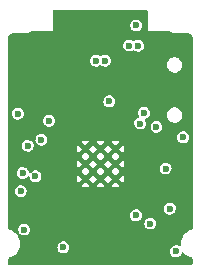
<source format=gbr>
%TF.GenerationSoftware,KiCad,Pcbnew,5.99.0-unknown-a208dac8d8~131~ubuntu20.04.1*%
%TF.CreationDate,2021-09-06T21:34:52-05:00*%
%TF.ProjectId,minimum,6d696e69-6d75-46d2-9e6b-696361645f70,rev?*%
%TF.SameCoordinates,Original*%
%TF.FileFunction,Copper,L3,Inr*%
%TF.FilePolarity,Positive*%
%FSLAX46Y46*%
G04 Gerber Fmt 4.6, Leading zero omitted, Abs format (unit mm)*
G04 Created by KiCad (PCBNEW 5.99.0-unknown-a208dac8d8~131~ubuntu20.04.1) date 2021-09-06 21:34:52*
%MOMM*%
%LPD*%
G01*
G04 APERTURE LIST*
%TA.AperFunction,ComponentPad*%
%ADD10C,0.600000*%
%TD*%
%TA.AperFunction,ViaPad*%
%ADD11C,0.600000*%
%TD*%
G04 APERTURE END LIST*
D10*
%TO.N,GND*%
%TO.C,U1*%
X98725000Y-72525000D03*
X100000000Y-72525000D03*
X101275000Y-72525000D03*
X98725000Y-71250000D03*
X100000000Y-69975000D03*
X101275000Y-71250000D03*
X100000000Y-71250000D03*
X101275000Y-69975000D03*
X98725000Y-69975000D03*
%TD*%
D11*
%TO.N,+3V3*%
X105870000Y-75040000D03*
X94500000Y-72290000D03*
X95000000Y-69200000D03*
X107000000Y-69000000D03*
X106400000Y-78650000D03*
X105509368Y-71640816D03*
X103032947Y-59524975D03*
X93540000Y-76810000D03*
X96861995Y-78310888D03*
X95660000Y-67600000D03*
X93000000Y-67000000D03*
X104740000Y-68109011D03*
X100743233Y-65957329D03*
%TO.N,GND*%
X103980000Y-60600000D03*
X94224578Y-69052584D03*
X104310000Y-77090000D03*
X100700498Y-59280000D03*
X96140000Y-76890000D03*
X97255295Y-62495112D03*
X106200000Y-72400000D03*
X106200000Y-68600000D03*
X96850500Y-68019863D03*
X92607820Y-65386478D03*
%TO.N,/QSPI_SD1*%
X103183831Y-61244693D03*
X103699636Y-66925692D03*
%TO.N,/QSPI_SS*%
X102434500Y-61228683D03*
X103361820Y-67829542D03*
%TO.N,/USB_D+*%
X99625000Y-62504836D03*
%TO.N,/USB_D-*%
X100375000Y-62504836D03*
%TO.N,/SCL*%
X103010011Y-75604095D03*
%TO.N,/SDA*%
X104228806Y-76299011D03*
%TO.N,Net-(D1-Pad3)*%
X93428915Y-72013154D03*
%TO.N,Net-(D1-Pad4)*%
X93848539Y-69700927D03*
%TO.N,Net-(D1-Pad1)*%
X93240000Y-73550000D03*
%TD*%
%TA.AperFunction,Conductor*%
%TO.N,GND*%
G36*
X103959191Y-58218907D02*
G01*
X103995155Y-58268407D01*
X104000000Y-58299000D01*
X104000000Y-60000000D01*
X105807268Y-60000000D01*
X105858995Y-60014589D01*
X105874543Y-60024117D01*
X105953523Y-60072516D01*
X106128029Y-60144799D01*
X106131804Y-60145705D01*
X106131806Y-60145706D01*
X106307909Y-60187985D01*
X106311695Y-60188894D01*
X106315560Y-60189198D01*
X106315565Y-60189199D01*
X106482191Y-60202313D01*
X106488246Y-60203247D01*
X106488247Y-60203237D01*
X106493815Y-60203878D01*
X106499281Y-60205145D01*
X106499997Y-60205146D01*
X106505445Y-60203903D01*
X106505447Y-60203903D01*
X106511690Y-60202479D01*
X106533707Y-60200000D01*
X107466040Y-60200000D01*
X107488227Y-60202518D01*
X107499642Y-60205143D01*
X107510209Y-60202752D01*
X107524615Y-60203898D01*
X107577218Y-60212230D01*
X107606674Y-60221801D01*
X107662362Y-60250175D01*
X107687422Y-60268381D01*
X107731618Y-60312577D01*
X107749824Y-60337637D01*
X107778198Y-60393325D01*
X107787769Y-60422782D01*
X107796131Y-60475577D01*
X107797208Y-60489413D01*
X107794856Y-60499641D01*
X107797316Y-60510513D01*
X107797559Y-60511585D01*
X107800000Y-60533435D01*
X107800000Y-76735292D01*
X107781093Y-76793483D01*
X107726623Y-76830919D01*
X107656492Y-76849711D01*
X107588008Y-76868061D01*
X107397708Y-76956800D01*
X107394165Y-76959281D01*
X107394163Y-76959282D01*
X107378739Y-76970082D01*
X107225708Y-77077235D01*
X107077235Y-77225708D01*
X107016974Y-77311770D01*
X106988255Y-77352786D01*
X106956800Y-77397708D01*
X106868061Y-77588008D01*
X106813716Y-77790826D01*
X106795416Y-78000000D01*
X106795793Y-78004308D01*
X106806479Y-78126448D01*
X106792716Y-78186066D01*
X106746538Y-78226207D01*
X106685586Y-78231540D01*
X106654010Y-78218153D01*
X106633506Y-78204863D01*
X106612095Y-78190985D01*
X106474739Y-78149907D01*
X106391497Y-78149398D01*
X106338427Y-78149074D01*
X106338426Y-78149074D01*
X106331376Y-78149031D01*
X106324599Y-78150968D01*
X106324598Y-78150968D01*
X106200309Y-78186490D01*
X106200307Y-78186491D01*
X106193529Y-78188428D01*
X106072280Y-78264930D01*
X106067613Y-78270214D01*
X106067611Y-78270216D01*
X105982044Y-78367103D01*
X105982042Y-78367105D01*
X105977377Y-78372388D01*
X105916447Y-78502163D01*
X105894391Y-78643823D01*
X105895306Y-78650820D01*
X105895306Y-78650821D01*
X105911780Y-78776802D01*
X105912980Y-78785979D01*
X105915821Y-78792435D01*
X105915821Y-78792436D01*
X105923586Y-78810082D01*
X105970720Y-78917203D01*
X106002114Y-78954551D01*
X106058431Y-79021549D01*
X106058434Y-79021551D01*
X106062970Y-79026948D01*
X106068841Y-79030856D01*
X106068842Y-79030857D01*
X106081143Y-79039045D01*
X106182313Y-79106390D01*
X106267671Y-79133057D01*
X106312425Y-79147039D01*
X106312426Y-79147039D01*
X106319157Y-79149142D01*
X106390828Y-79150456D01*
X106455445Y-79151641D01*
X106455447Y-79151641D01*
X106462499Y-79151770D01*
X106469302Y-79149915D01*
X106469304Y-79149915D01*
X106544503Y-79129413D01*
X106600817Y-79114060D01*
X106722991Y-79039045D01*
X106730403Y-79030857D01*
X106814468Y-78937982D01*
X106819200Y-78932754D01*
X106881710Y-78803733D01*
X106883484Y-78793188D01*
X106884878Y-78790515D01*
X106885024Y-78790059D01*
X106885103Y-78790084D01*
X106911785Y-78738941D01*
X106966567Y-78711689D01*
X107026904Y-78721842D01*
X107062208Y-78752831D01*
X107074756Y-78770751D01*
X107077235Y-78774292D01*
X107225708Y-78922765D01*
X107303223Y-78977041D01*
X107374498Y-79026948D01*
X107397708Y-79043200D01*
X107588008Y-79131939D01*
X107644362Y-79147039D01*
X107726623Y-79169081D01*
X107777938Y-79202405D01*
X107800000Y-79264708D01*
X107800000Y-79701000D01*
X107781093Y-79759191D01*
X107731593Y-79795155D01*
X107701000Y-79800000D01*
X92299000Y-79800000D01*
X92240809Y-79781093D01*
X92204845Y-79731593D01*
X92200000Y-79701000D01*
X92200000Y-79264708D01*
X92218907Y-79206517D01*
X92273377Y-79169081D01*
X92355638Y-79147039D01*
X92411992Y-79131939D01*
X92602292Y-79043200D01*
X92625503Y-79026948D01*
X92696777Y-78977041D01*
X92774292Y-78922765D01*
X92922765Y-78774292D01*
X93009795Y-78650000D01*
X93040718Y-78605837D01*
X93040719Y-78605835D01*
X93043200Y-78602292D01*
X93131939Y-78411992D01*
X93160685Y-78304711D01*
X96356386Y-78304711D01*
X96357301Y-78311708D01*
X96357301Y-78311709D01*
X96358809Y-78323242D01*
X96374975Y-78446867D01*
X96377816Y-78453323D01*
X96377816Y-78453324D01*
X96402374Y-78509135D01*
X96432715Y-78578091D01*
X96445787Y-78593642D01*
X96520426Y-78682437D01*
X96520429Y-78682439D01*
X96524965Y-78687836D01*
X96530836Y-78691744D01*
X96530837Y-78691745D01*
X96543138Y-78699933D01*
X96644308Y-78767278D01*
X96718687Y-78790515D01*
X96774420Y-78807927D01*
X96774421Y-78807927D01*
X96781152Y-78810030D01*
X96852823Y-78811344D01*
X96917440Y-78812529D01*
X96917442Y-78812529D01*
X96924494Y-78812658D01*
X96931297Y-78810803D01*
X96931299Y-78810803D01*
X97022351Y-78785979D01*
X97062812Y-78774948D01*
X97184986Y-78699933D01*
X97192398Y-78691745D01*
X97276463Y-78598870D01*
X97281195Y-78593642D01*
X97343705Y-78464621D01*
X97347870Y-78439870D01*
X97366857Y-78327012D01*
X97366857Y-78327008D01*
X97367491Y-78323242D01*
X97367642Y-78310888D01*
X97347318Y-78168970D01*
X97287979Y-78038460D01*
X97194395Y-77929851D01*
X97074090Y-77851873D01*
X96936734Y-77810795D01*
X96853492Y-77810286D01*
X96800422Y-77809962D01*
X96800421Y-77809962D01*
X96793371Y-77809919D01*
X96786594Y-77811856D01*
X96786593Y-77811856D01*
X96662304Y-77847378D01*
X96662302Y-77847379D01*
X96655524Y-77849316D01*
X96534275Y-77925818D01*
X96529608Y-77931102D01*
X96529606Y-77931104D01*
X96444039Y-78027991D01*
X96444037Y-78027993D01*
X96439372Y-78033276D01*
X96378442Y-78163051D01*
X96377357Y-78170020D01*
X96377356Y-78170023D01*
X96373905Y-78192191D01*
X96356386Y-78304711D01*
X93160685Y-78304711D01*
X93171344Y-78264930D01*
X93185165Y-78213351D01*
X93185165Y-78213349D01*
X93186284Y-78209174D01*
X93204584Y-78000000D01*
X93186284Y-77790826D01*
X93131939Y-77588008D01*
X93043200Y-77397708D01*
X93011746Y-77352786D01*
X92983026Y-77311770D01*
X92922765Y-77225708D01*
X92774292Y-77077235D01*
X92621261Y-76970082D01*
X92605837Y-76959282D01*
X92605835Y-76959281D01*
X92602292Y-76956800D01*
X92411992Y-76868061D01*
X92343508Y-76849711D01*
X92273377Y-76830919D01*
X92231652Y-76803823D01*
X93034391Y-76803823D01*
X93035306Y-76810820D01*
X93035306Y-76810821D01*
X93036814Y-76822354D01*
X93052980Y-76945979D01*
X93055821Y-76952435D01*
X93055821Y-76952436D01*
X93063586Y-76970082D01*
X93110720Y-77077203D01*
X93136100Y-77107396D01*
X93198431Y-77181549D01*
X93198434Y-77181551D01*
X93202970Y-77186948D01*
X93208841Y-77190856D01*
X93208842Y-77190857D01*
X93221143Y-77199045D01*
X93322313Y-77266390D01*
X93422920Y-77297821D01*
X93452425Y-77307039D01*
X93452426Y-77307039D01*
X93459157Y-77309142D01*
X93530828Y-77310456D01*
X93595445Y-77311641D01*
X93595447Y-77311641D01*
X93602499Y-77311770D01*
X93609302Y-77309915D01*
X93609304Y-77309915D01*
X93684503Y-77289413D01*
X93740817Y-77274060D01*
X93862991Y-77199045D01*
X93870403Y-77190857D01*
X93954468Y-77097982D01*
X93959200Y-77092754D01*
X94021710Y-76963733D01*
X94023185Y-76954970D01*
X94044862Y-76826124D01*
X94044862Y-76826120D01*
X94045496Y-76822354D01*
X94045647Y-76810000D01*
X94025323Y-76668082D01*
X93983192Y-76575420D01*
X93968905Y-76543996D01*
X93968904Y-76543995D01*
X93965984Y-76537572D01*
X93883157Y-76441447D01*
X93877005Y-76434307D01*
X93877004Y-76434306D01*
X93872400Y-76428963D01*
X93752095Y-76350985D01*
X93614739Y-76309907D01*
X93531497Y-76309398D01*
X93478427Y-76309074D01*
X93478426Y-76309074D01*
X93471376Y-76309031D01*
X93464599Y-76310968D01*
X93464598Y-76310968D01*
X93340309Y-76346490D01*
X93340307Y-76346491D01*
X93333529Y-76348428D01*
X93212280Y-76424930D01*
X93207613Y-76430214D01*
X93207611Y-76430216D01*
X93122044Y-76527103D01*
X93122042Y-76527105D01*
X93117377Y-76532388D01*
X93114381Y-76538770D01*
X93114380Y-76538771D01*
X93098961Y-76571613D01*
X93056447Y-76662163D01*
X93055362Y-76669132D01*
X93055361Y-76669135D01*
X93045061Y-76735292D01*
X93034391Y-76803823D01*
X92231652Y-76803823D01*
X92222062Y-76797595D01*
X92200000Y-76735292D01*
X92200000Y-76292834D01*
X103723197Y-76292834D01*
X103724112Y-76299831D01*
X103724112Y-76299832D01*
X103740496Y-76425126D01*
X103741786Y-76434990D01*
X103744627Y-76441446D01*
X103744627Y-76441447D01*
X103782317Y-76527103D01*
X103799526Y-76566214D01*
X103812598Y-76581765D01*
X103887237Y-76670560D01*
X103887240Y-76670562D01*
X103891776Y-76675959D01*
X103897647Y-76679867D01*
X103897648Y-76679868D01*
X103909949Y-76688056D01*
X104011119Y-76755401D01*
X104111726Y-76786832D01*
X104141231Y-76796050D01*
X104141232Y-76796050D01*
X104147963Y-76798153D01*
X104219634Y-76799467D01*
X104284251Y-76800652D01*
X104284253Y-76800652D01*
X104291305Y-76800781D01*
X104298108Y-76798926D01*
X104298110Y-76798926D01*
X104373309Y-76778424D01*
X104429623Y-76763071D01*
X104551797Y-76688056D01*
X104559209Y-76679868D01*
X104643274Y-76586993D01*
X104648006Y-76581765D01*
X104710516Y-76452744D01*
X104714307Y-76430216D01*
X104733668Y-76315135D01*
X104733668Y-76315131D01*
X104734302Y-76311365D01*
X104734453Y-76299011D01*
X104714129Y-76157093D01*
X104670204Y-76060485D01*
X104657711Y-76033007D01*
X104657710Y-76033006D01*
X104654790Y-76026583D01*
X104561206Y-75917974D01*
X104440901Y-75839996D01*
X104303545Y-75798918D01*
X104220303Y-75798409D01*
X104167233Y-75798085D01*
X104167232Y-75798085D01*
X104160182Y-75798042D01*
X104153405Y-75799979D01*
X104153404Y-75799979D01*
X104029115Y-75835501D01*
X104029113Y-75835502D01*
X104022335Y-75837439D01*
X103901086Y-75913941D01*
X103896419Y-75919225D01*
X103896417Y-75919227D01*
X103810850Y-76016114D01*
X103810848Y-76016116D01*
X103806183Y-76021399D01*
X103745253Y-76151174D01*
X103723197Y-76292834D01*
X92200000Y-76292834D01*
X92200000Y-75597918D01*
X102504402Y-75597918D01*
X102505317Y-75604915D01*
X102505317Y-75604916D01*
X102506825Y-75616449D01*
X102522991Y-75740074D01*
X102525832Y-75746530D01*
X102525832Y-75746531D01*
X102568647Y-75843834D01*
X102580731Y-75871298D01*
X102593803Y-75886849D01*
X102668442Y-75975644D01*
X102668445Y-75975646D01*
X102672981Y-75981043D01*
X102678852Y-75984951D01*
X102678853Y-75984952D01*
X102691154Y-75993140D01*
X102792324Y-76060485D01*
X102892931Y-76091916D01*
X102922436Y-76101134D01*
X102922437Y-76101134D01*
X102929168Y-76103237D01*
X103000839Y-76104551D01*
X103065456Y-76105736D01*
X103065458Y-76105736D01*
X103072510Y-76105865D01*
X103079313Y-76104010D01*
X103079315Y-76104010D01*
X103154514Y-76083508D01*
X103210828Y-76068155D01*
X103333002Y-75993140D01*
X103340414Y-75984952D01*
X103424479Y-75892077D01*
X103429211Y-75886849D01*
X103491721Y-75757828D01*
X103495886Y-75733077D01*
X103514873Y-75620219D01*
X103514873Y-75620215D01*
X103515507Y-75616449D01*
X103515658Y-75604095D01*
X103495334Y-75462177D01*
X103435995Y-75331667D01*
X103342411Y-75223058D01*
X103222106Y-75145080D01*
X103084750Y-75104002D01*
X103001508Y-75103493D01*
X102948438Y-75103169D01*
X102948437Y-75103169D01*
X102941387Y-75103126D01*
X102934610Y-75105063D01*
X102934609Y-75105063D01*
X102810320Y-75140585D01*
X102810318Y-75140586D01*
X102803540Y-75142523D01*
X102682291Y-75219025D01*
X102677624Y-75224309D01*
X102677622Y-75224311D01*
X102592055Y-75321198D01*
X102592053Y-75321200D01*
X102587388Y-75326483D01*
X102526458Y-75456258D01*
X102525373Y-75463227D01*
X102525372Y-75463230D01*
X102513881Y-75537039D01*
X102504402Y-75597918D01*
X92200000Y-75597918D01*
X92200000Y-75033823D01*
X105364391Y-75033823D01*
X105365306Y-75040820D01*
X105365306Y-75040821D01*
X105366814Y-75052354D01*
X105382980Y-75175979D01*
X105385821Y-75182435D01*
X105385821Y-75182436D01*
X105406047Y-75228402D01*
X105440720Y-75307203D01*
X105458187Y-75327982D01*
X105528431Y-75411549D01*
X105528434Y-75411551D01*
X105532970Y-75416948D01*
X105538841Y-75420856D01*
X105538842Y-75420857D01*
X105551143Y-75429045D01*
X105652313Y-75496390D01*
X105752920Y-75527821D01*
X105782425Y-75537039D01*
X105782426Y-75537039D01*
X105789157Y-75539142D01*
X105860828Y-75540456D01*
X105925445Y-75541641D01*
X105925447Y-75541641D01*
X105932499Y-75541770D01*
X105939302Y-75539915D01*
X105939304Y-75539915D01*
X106014503Y-75519413D01*
X106070817Y-75504060D01*
X106192991Y-75429045D01*
X106200403Y-75420857D01*
X106284468Y-75327982D01*
X106289200Y-75322754D01*
X106351710Y-75193733D01*
X106355875Y-75168982D01*
X106374862Y-75056124D01*
X106374862Y-75056120D01*
X106375496Y-75052354D01*
X106375647Y-75040000D01*
X106355323Y-74898082D01*
X106295984Y-74767572D01*
X106202400Y-74658963D01*
X106082095Y-74580985D01*
X105944739Y-74539907D01*
X105861497Y-74539398D01*
X105808427Y-74539074D01*
X105808426Y-74539074D01*
X105801376Y-74539031D01*
X105794599Y-74540968D01*
X105794598Y-74540968D01*
X105670309Y-74576490D01*
X105670307Y-74576491D01*
X105663529Y-74578428D01*
X105542280Y-74654930D01*
X105537613Y-74660214D01*
X105537611Y-74660216D01*
X105452044Y-74757103D01*
X105452042Y-74757105D01*
X105447377Y-74762388D01*
X105386447Y-74892163D01*
X105364391Y-75033823D01*
X92200000Y-75033823D01*
X92200000Y-73543823D01*
X92734391Y-73543823D01*
X92735306Y-73550820D01*
X92735306Y-73550821D01*
X92736814Y-73562354D01*
X92752980Y-73685979D01*
X92755821Y-73692435D01*
X92755821Y-73692436D01*
X92763586Y-73710082D01*
X92810720Y-73817203D01*
X92823792Y-73832754D01*
X92898431Y-73921549D01*
X92898434Y-73921551D01*
X92902970Y-73926948D01*
X92908841Y-73930856D01*
X92908842Y-73930857D01*
X92921143Y-73939045D01*
X93022313Y-74006390D01*
X93122920Y-74037821D01*
X93152425Y-74047039D01*
X93152426Y-74047039D01*
X93159157Y-74049142D01*
X93230828Y-74050456D01*
X93295445Y-74051641D01*
X93295447Y-74051641D01*
X93302499Y-74051770D01*
X93309302Y-74049915D01*
X93309304Y-74049915D01*
X93384503Y-74029413D01*
X93440817Y-74014060D01*
X93562991Y-73939045D01*
X93570403Y-73930857D01*
X93654468Y-73837982D01*
X93659200Y-73832754D01*
X93721710Y-73703733D01*
X93725875Y-73678982D01*
X93744862Y-73566124D01*
X93744862Y-73566120D01*
X93745496Y-73562354D01*
X93745647Y-73550000D01*
X93725323Y-73408082D01*
X93665984Y-73277572D01*
X93586884Y-73185772D01*
X93577005Y-73174307D01*
X93577004Y-73174306D01*
X93572400Y-73168963D01*
X93528125Y-73140265D01*
X98397759Y-73140265D01*
X98405249Y-73147954D01*
X98460174Y-73177776D01*
X98471193Y-73182138D01*
X98623532Y-73222104D01*
X98635265Y-73223711D01*
X98792743Y-73226184D01*
X98804524Y-73224946D01*
X98958035Y-73189788D01*
X98969191Y-73185772D01*
X99044168Y-73148062D01*
X99052046Y-73140265D01*
X99672759Y-73140265D01*
X99680249Y-73147954D01*
X99735174Y-73177776D01*
X99746193Y-73182138D01*
X99898532Y-73222104D01*
X99910265Y-73223711D01*
X100067743Y-73226184D01*
X100079524Y-73224946D01*
X100233035Y-73189788D01*
X100244191Y-73185772D01*
X100319168Y-73148062D01*
X100327046Y-73140265D01*
X100947759Y-73140265D01*
X100955249Y-73147954D01*
X101010174Y-73177776D01*
X101021193Y-73182138D01*
X101173532Y-73222104D01*
X101185265Y-73223711D01*
X101342743Y-73226184D01*
X101354524Y-73224946D01*
X101508035Y-73189788D01*
X101519191Y-73185772D01*
X101594168Y-73148062D01*
X101602197Y-73140116D01*
X101596992Y-73129834D01*
X101286088Y-72818931D01*
X101274202Y-72812875D01*
X101269171Y-72813671D01*
X100953142Y-73129700D01*
X100947759Y-73140265D01*
X100327046Y-73140265D01*
X100327197Y-73140116D01*
X100321992Y-73129834D01*
X100011088Y-72818931D01*
X99999202Y-72812875D01*
X99994171Y-72813671D01*
X99678142Y-73129700D01*
X99672759Y-73140265D01*
X99052046Y-73140265D01*
X99052197Y-73140116D01*
X99046992Y-73129834D01*
X98736088Y-72818931D01*
X98724202Y-72812875D01*
X98719171Y-72813671D01*
X98403142Y-73129700D01*
X98397759Y-73140265D01*
X93528125Y-73140265D01*
X93452095Y-73090985D01*
X93314739Y-73049907D01*
X93231497Y-73049398D01*
X93178427Y-73049074D01*
X93178426Y-73049074D01*
X93171376Y-73049031D01*
X93164599Y-73050968D01*
X93164598Y-73050968D01*
X93040309Y-73086490D01*
X93040307Y-73086491D01*
X93033529Y-73088428D01*
X92912280Y-73164930D01*
X92907613Y-73170214D01*
X92907611Y-73170216D01*
X92822044Y-73267103D01*
X92822042Y-73267105D01*
X92817377Y-73272388D01*
X92756447Y-73402163D01*
X92734391Y-73543823D01*
X92200000Y-73543823D01*
X92200000Y-72006977D01*
X92923306Y-72006977D01*
X92924221Y-72013974D01*
X92924221Y-72013975D01*
X92925228Y-72021673D01*
X92941895Y-72149133D01*
X92999635Y-72280357D01*
X93040680Y-72329186D01*
X93087346Y-72384703D01*
X93087349Y-72384705D01*
X93091885Y-72390102D01*
X93097756Y-72394010D01*
X93097757Y-72394011D01*
X93110058Y-72402199D01*
X93211228Y-72469544D01*
X93311835Y-72500975D01*
X93341340Y-72510193D01*
X93341341Y-72510193D01*
X93348072Y-72512296D01*
X93419743Y-72513610D01*
X93484360Y-72514795D01*
X93484362Y-72514795D01*
X93491414Y-72514924D01*
X93498217Y-72513069D01*
X93498219Y-72513069D01*
X93573418Y-72492567D01*
X93629732Y-72477214D01*
X93751906Y-72402199D01*
X93759318Y-72394011D01*
X93833526Y-72312026D01*
X93886594Y-72281572D01*
X93947427Y-72288127D01*
X93992790Y-72329186D01*
X94005088Y-72365626D01*
X94012980Y-72425979D01*
X94015821Y-72432435D01*
X94015821Y-72432436D01*
X94064459Y-72542973D01*
X94070720Y-72557203D01*
X94083792Y-72572754D01*
X94158431Y-72661549D01*
X94158434Y-72661551D01*
X94162970Y-72666948D01*
X94168841Y-72670856D01*
X94168842Y-72670857D01*
X94181143Y-72679045D01*
X94282313Y-72746390D01*
X94382920Y-72777821D01*
X94412425Y-72787039D01*
X94412426Y-72787039D01*
X94419157Y-72789142D01*
X94490828Y-72790456D01*
X94555445Y-72791641D01*
X94555447Y-72791641D01*
X94562499Y-72791770D01*
X94569302Y-72789915D01*
X94569304Y-72789915D01*
X94644503Y-72769413D01*
X94700817Y-72754060D01*
X94822991Y-72679045D01*
X94830403Y-72670857D01*
X94914468Y-72577982D01*
X94919200Y-72572754D01*
X94943038Y-72523553D01*
X98020553Y-72523553D01*
X98037835Y-72680087D01*
X98040542Y-72691627D01*
X98094663Y-72839521D01*
X98098909Y-72847854D01*
X98108640Y-72855483D01*
X98108757Y-72855487D01*
X98115827Y-72851331D01*
X98431069Y-72536088D01*
X98436312Y-72525798D01*
X99012875Y-72525798D01*
X99013671Y-72530829D01*
X99333157Y-72850315D01*
X99345045Y-72856373D01*
X99347354Y-72856007D01*
X99366464Y-72854854D01*
X99383757Y-72855488D01*
X99390827Y-72851331D01*
X99706069Y-72536088D01*
X99711312Y-72525798D01*
X100287875Y-72525798D01*
X100288671Y-72530829D01*
X100608157Y-72850315D01*
X100620045Y-72856373D01*
X100622354Y-72856007D01*
X100641464Y-72854854D01*
X100658757Y-72855488D01*
X100665827Y-72851331D01*
X100981069Y-72536088D01*
X100986312Y-72525798D01*
X101562875Y-72525798D01*
X101563671Y-72530829D01*
X101883157Y-72850315D01*
X101893309Y-72855488D01*
X101898853Y-72849944D01*
X101953890Y-72713037D01*
X101956955Y-72701597D01*
X101979530Y-72542973D01*
X101980020Y-72536535D01*
X101980107Y-72528231D01*
X101979752Y-72521788D01*
X101960504Y-72362727D01*
X101957677Y-72351217D01*
X101902005Y-72203887D01*
X101900122Y-72200285D01*
X101891939Y-72194005D01*
X101891543Y-72193995D01*
X101884888Y-72197954D01*
X101568931Y-72513912D01*
X101562875Y-72525798D01*
X100986312Y-72525798D01*
X100987125Y-72524202D01*
X100986329Y-72519171D01*
X100666869Y-72199711D01*
X100654710Y-72193516D01*
X100638577Y-72194573D01*
X100616543Y-72193995D01*
X100609888Y-72197954D01*
X100293931Y-72513912D01*
X100287875Y-72525798D01*
X99711312Y-72525798D01*
X99712125Y-72524202D01*
X99711329Y-72519171D01*
X99391869Y-72199711D01*
X99379710Y-72193516D01*
X99363577Y-72194573D01*
X99341543Y-72193995D01*
X99334888Y-72197954D01*
X99018931Y-72513912D01*
X99012875Y-72525798D01*
X98436312Y-72525798D01*
X98437125Y-72524202D01*
X98436329Y-72519171D01*
X98116869Y-72199711D01*
X98104982Y-72193654D01*
X98104313Y-72193760D01*
X98102440Y-72195386D01*
X98101390Y-72197344D01*
X98044180Y-72344078D01*
X98041233Y-72355555D01*
X98020678Y-72511694D01*
X98020553Y-72523553D01*
X94943038Y-72523553D01*
X94981710Y-72443733D01*
X94985875Y-72418982D01*
X95004862Y-72306124D01*
X95004862Y-72306120D01*
X95005496Y-72302354D01*
X95005647Y-72290000D01*
X94985323Y-72148082D01*
X94933250Y-72033553D01*
X94928905Y-72023996D01*
X94928904Y-72023995D01*
X94925984Y-72017572D01*
X94844986Y-71923570D01*
X94837005Y-71914307D01*
X94837004Y-71914306D01*
X94832400Y-71908963D01*
X94831585Y-71908435D01*
X98396965Y-71908435D01*
X98402953Y-71920111D01*
X98713912Y-72231069D01*
X98725798Y-72237125D01*
X98730829Y-72236329D01*
X99046877Y-71920281D01*
X99052913Y-71908435D01*
X99671965Y-71908435D01*
X99677953Y-71920111D01*
X99988912Y-72231069D01*
X100000798Y-72237125D01*
X100005829Y-72236329D01*
X100321877Y-71920281D01*
X100327913Y-71908435D01*
X100946965Y-71908435D01*
X100952953Y-71920111D01*
X101263912Y-72231069D01*
X101275798Y-72237125D01*
X101280829Y-72236329D01*
X101596877Y-71920281D01*
X101602934Y-71908394D01*
X101602179Y-71903629D01*
X101602262Y-71872142D01*
X101603116Y-71866930D01*
X101596992Y-71854834D01*
X101376796Y-71634639D01*
X105003759Y-71634639D01*
X105004674Y-71641636D01*
X105004674Y-71641637D01*
X105006182Y-71653170D01*
X105022348Y-71776795D01*
X105025189Y-71783251D01*
X105025189Y-71783252D01*
X105064302Y-71872142D01*
X105080088Y-71908019D01*
X105093160Y-71923570D01*
X105167799Y-72012365D01*
X105167802Y-72012367D01*
X105172338Y-72017764D01*
X105178209Y-72021672D01*
X105178210Y-72021673D01*
X105190511Y-72029861D01*
X105291681Y-72097206D01*
X105392288Y-72128637D01*
X105421793Y-72137855D01*
X105421794Y-72137855D01*
X105428525Y-72139958D01*
X105500196Y-72141272D01*
X105564813Y-72142457D01*
X105564815Y-72142457D01*
X105571867Y-72142586D01*
X105578670Y-72140731D01*
X105578672Y-72140731D01*
X105653871Y-72120229D01*
X105710185Y-72104876D01*
X105832359Y-72029861D01*
X105839771Y-72021673D01*
X105923836Y-71928798D01*
X105928568Y-71923570D01*
X105991078Y-71794549D01*
X105995243Y-71769798D01*
X106014230Y-71656940D01*
X106014230Y-71656936D01*
X106014864Y-71653170D01*
X106015015Y-71640816D01*
X105994691Y-71498898D01*
X105935352Y-71368388D01*
X105874950Y-71298288D01*
X105846373Y-71265123D01*
X105846372Y-71265122D01*
X105841768Y-71259779D01*
X105721463Y-71181801D01*
X105584107Y-71140723D01*
X105500865Y-71140214D01*
X105447795Y-71139890D01*
X105447794Y-71139890D01*
X105440744Y-71139847D01*
X105433967Y-71141784D01*
X105433966Y-71141784D01*
X105309677Y-71177306D01*
X105309675Y-71177307D01*
X105302897Y-71179244D01*
X105181648Y-71255746D01*
X105176981Y-71261030D01*
X105176979Y-71261032D01*
X105091412Y-71357919D01*
X105091410Y-71357921D01*
X105086745Y-71363204D01*
X105025815Y-71492979D01*
X105024730Y-71499948D01*
X105024729Y-71499951D01*
X105012837Y-71576331D01*
X105003759Y-71634639D01*
X101376796Y-71634639D01*
X101286088Y-71543931D01*
X101274202Y-71537875D01*
X101269171Y-71538671D01*
X100953142Y-71854700D01*
X100947084Y-71866588D01*
X100947869Y-71871542D01*
X100947950Y-71901997D01*
X100946965Y-71908435D01*
X100327913Y-71908435D01*
X100327934Y-71908394D01*
X100327179Y-71903629D01*
X100327262Y-71872142D01*
X100328116Y-71866930D01*
X100321992Y-71854834D01*
X100011088Y-71543931D01*
X99999202Y-71537875D01*
X99994171Y-71538671D01*
X99678142Y-71854700D01*
X99672084Y-71866588D01*
X99672869Y-71871542D01*
X99672950Y-71901997D01*
X99671965Y-71908435D01*
X99052913Y-71908435D01*
X99052934Y-71908394D01*
X99052179Y-71903629D01*
X99052262Y-71872142D01*
X99053116Y-71866930D01*
X99046992Y-71854834D01*
X98736088Y-71543931D01*
X98724202Y-71537875D01*
X98719171Y-71538671D01*
X98403142Y-71854700D01*
X98397084Y-71866588D01*
X98397869Y-71871542D01*
X98397950Y-71901997D01*
X98396965Y-71908435D01*
X94831585Y-71908435D01*
X94712095Y-71830985D01*
X94574739Y-71789907D01*
X94491497Y-71789398D01*
X94438427Y-71789074D01*
X94438426Y-71789074D01*
X94431376Y-71789031D01*
X94424599Y-71790968D01*
X94424598Y-71790968D01*
X94300309Y-71826490D01*
X94300307Y-71826491D01*
X94293529Y-71828428D01*
X94172280Y-71904930D01*
X94167613Y-71910214D01*
X94167611Y-71910216D01*
X94096225Y-71991047D01*
X94043533Y-72022147D01*
X93982625Y-72016337D01*
X93936764Y-71975834D01*
X93924021Y-71939548D01*
X93915238Y-71878220D01*
X93914238Y-71871236D01*
X93879371Y-71794549D01*
X93857820Y-71747150D01*
X93857819Y-71747149D01*
X93854899Y-71740726D01*
X93776163Y-71649349D01*
X93765920Y-71637461D01*
X93765919Y-71637460D01*
X93761315Y-71632117D01*
X93641010Y-71554139D01*
X93503654Y-71513061D01*
X93420412Y-71512552D01*
X93367342Y-71512228D01*
X93367341Y-71512228D01*
X93360291Y-71512185D01*
X93353514Y-71514122D01*
X93353513Y-71514122D01*
X93229224Y-71549644D01*
X93229222Y-71549645D01*
X93222444Y-71551582D01*
X93101195Y-71628084D01*
X93096528Y-71633368D01*
X93096526Y-71633370D01*
X93010959Y-71730257D01*
X93010957Y-71730259D01*
X93006292Y-71735542D01*
X93003296Y-71741924D01*
X93003295Y-71741925D01*
X92983892Y-71783252D01*
X92945362Y-71865317D01*
X92944277Y-71872286D01*
X92944276Y-71872289D01*
X92938566Y-71908963D01*
X92923306Y-72006977D01*
X92200000Y-72006977D01*
X92200000Y-71248553D01*
X98020553Y-71248553D01*
X98037835Y-71405087D01*
X98040542Y-71416627D01*
X98094663Y-71564521D01*
X98098909Y-71572854D01*
X98108640Y-71580483D01*
X98108757Y-71580487D01*
X98115827Y-71576331D01*
X98431069Y-71261088D01*
X98436312Y-71250798D01*
X99012875Y-71250798D01*
X99013671Y-71255829D01*
X99333157Y-71575315D01*
X99345045Y-71581373D01*
X99347354Y-71581007D01*
X99366464Y-71579854D01*
X99383757Y-71580488D01*
X99390827Y-71576331D01*
X99706069Y-71261088D01*
X99711312Y-71250798D01*
X100287875Y-71250798D01*
X100288671Y-71255829D01*
X100608157Y-71575315D01*
X100620045Y-71581373D01*
X100622354Y-71581007D01*
X100641464Y-71579854D01*
X100658757Y-71580488D01*
X100665827Y-71576331D01*
X100981069Y-71261088D01*
X100986312Y-71250798D01*
X101562875Y-71250798D01*
X101563671Y-71255829D01*
X101883157Y-71575315D01*
X101893309Y-71580488D01*
X101898853Y-71574944D01*
X101953890Y-71438037D01*
X101956955Y-71426597D01*
X101979530Y-71267973D01*
X101980020Y-71261535D01*
X101980107Y-71253231D01*
X101979752Y-71246788D01*
X101960504Y-71087727D01*
X101957677Y-71076217D01*
X101902005Y-70928887D01*
X101900122Y-70925285D01*
X101891939Y-70919005D01*
X101891543Y-70918995D01*
X101884888Y-70922954D01*
X101568931Y-71238912D01*
X101562875Y-71250798D01*
X100986312Y-71250798D01*
X100987125Y-71249202D01*
X100986329Y-71244171D01*
X100666869Y-70924711D01*
X100654710Y-70918516D01*
X100638577Y-70919573D01*
X100616543Y-70918995D01*
X100609888Y-70922954D01*
X100293931Y-71238912D01*
X100287875Y-71250798D01*
X99711312Y-71250798D01*
X99712125Y-71249202D01*
X99711329Y-71244171D01*
X99391869Y-70924711D01*
X99379710Y-70918516D01*
X99363577Y-70919573D01*
X99341543Y-70918995D01*
X99334888Y-70922954D01*
X99018931Y-71238912D01*
X99012875Y-71250798D01*
X98436312Y-71250798D01*
X98437125Y-71249202D01*
X98436329Y-71244171D01*
X98116869Y-70924711D01*
X98104982Y-70918654D01*
X98104313Y-70918760D01*
X98102440Y-70920386D01*
X98101390Y-70922344D01*
X98044180Y-71069078D01*
X98041233Y-71080555D01*
X98020678Y-71236694D01*
X98020553Y-71248553D01*
X92200000Y-71248553D01*
X92200000Y-70633435D01*
X98396965Y-70633435D01*
X98402953Y-70645111D01*
X98713912Y-70956069D01*
X98725798Y-70962125D01*
X98730829Y-70961329D01*
X99046877Y-70645281D01*
X99052913Y-70633435D01*
X99671965Y-70633435D01*
X99677953Y-70645111D01*
X99988912Y-70956069D01*
X100000798Y-70962125D01*
X100005829Y-70961329D01*
X100321877Y-70645281D01*
X100327913Y-70633435D01*
X100946965Y-70633435D01*
X100952953Y-70645111D01*
X101263912Y-70956069D01*
X101275798Y-70962125D01*
X101280829Y-70961329D01*
X101596877Y-70645281D01*
X101602934Y-70633394D01*
X101602179Y-70628629D01*
X101602262Y-70597142D01*
X101603116Y-70591930D01*
X101596992Y-70579834D01*
X101286088Y-70268931D01*
X101274202Y-70262875D01*
X101269171Y-70263671D01*
X100953142Y-70579700D01*
X100947084Y-70591588D01*
X100947869Y-70596542D01*
X100947950Y-70626997D01*
X100946965Y-70633435D01*
X100327913Y-70633435D01*
X100327934Y-70633394D01*
X100327179Y-70628629D01*
X100327262Y-70597142D01*
X100328116Y-70591930D01*
X100321992Y-70579834D01*
X100011088Y-70268931D01*
X99999202Y-70262875D01*
X99994171Y-70263671D01*
X99678142Y-70579700D01*
X99672084Y-70591588D01*
X99672869Y-70596542D01*
X99672950Y-70626997D01*
X99671965Y-70633435D01*
X99052913Y-70633435D01*
X99052934Y-70633394D01*
X99052179Y-70628629D01*
X99052262Y-70597142D01*
X99053116Y-70591930D01*
X99046992Y-70579834D01*
X98736088Y-70268931D01*
X98724202Y-70262875D01*
X98719171Y-70263671D01*
X98403142Y-70579700D01*
X98397084Y-70591588D01*
X98397869Y-70596542D01*
X98397950Y-70626997D01*
X98396965Y-70633435D01*
X92200000Y-70633435D01*
X92200000Y-69694750D01*
X93342930Y-69694750D01*
X93343845Y-69701747D01*
X93343845Y-69701748D01*
X93345353Y-69713281D01*
X93361519Y-69836906D01*
X93364360Y-69843362D01*
X93364360Y-69843363D01*
X93372125Y-69861009D01*
X93419259Y-69968130D01*
X93434730Y-69986535D01*
X93506970Y-70072476D01*
X93506973Y-70072478D01*
X93511509Y-70077875D01*
X93517380Y-70081783D01*
X93517381Y-70081784D01*
X93529682Y-70089972D01*
X93630852Y-70157317D01*
X93731459Y-70188748D01*
X93760964Y-70197966D01*
X93760965Y-70197966D01*
X93767696Y-70200069D01*
X93839367Y-70201383D01*
X93903984Y-70202568D01*
X93903986Y-70202568D01*
X93911038Y-70202697D01*
X93917841Y-70200842D01*
X93917843Y-70200842D01*
X93993042Y-70180340D01*
X94049356Y-70164987D01*
X94171530Y-70089972D01*
X94178942Y-70081784D01*
X94263007Y-69988909D01*
X94267739Y-69983681D01*
X94272646Y-69973553D01*
X98020553Y-69973553D01*
X98037835Y-70130087D01*
X98040542Y-70141627D01*
X98094663Y-70289521D01*
X98098909Y-70297854D01*
X98108640Y-70305483D01*
X98108757Y-70305487D01*
X98115827Y-70301331D01*
X98431069Y-69986088D01*
X98436312Y-69975798D01*
X99012875Y-69975798D01*
X99013671Y-69980829D01*
X99333157Y-70300315D01*
X99345045Y-70306373D01*
X99347354Y-70306007D01*
X99366464Y-70304854D01*
X99383757Y-70305488D01*
X99390827Y-70301331D01*
X99706069Y-69986088D01*
X99711312Y-69975798D01*
X100287875Y-69975798D01*
X100288671Y-69980829D01*
X100608157Y-70300315D01*
X100620045Y-70306373D01*
X100622354Y-70306007D01*
X100641464Y-70304854D01*
X100658757Y-70305488D01*
X100665827Y-70301331D01*
X100981069Y-69986088D01*
X100986312Y-69975798D01*
X101562875Y-69975798D01*
X101563671Y-69980829D01*
X101883157Y-70300315D01*
X101893309Y-70305488D01*
X101898853Y-70299944D01*
X101953890Y-70163037D01*
X101956955Y-70151597D01*
X101979530Y-69992973D01*
X101980020Y-69986535D01*
X101980107Y-69978231D01*
X101979752Y-69971788D01*
X101960504Y-69812727D01*
X101957677Y-69801217D01*
X101902005Y-69653887D01*
X101900122Y-69650285D01*
X101891939Y-69644005D01*
X101891543Y-69643995D01*
X101884888Y-69647954D01*
X101568931Y-69963912D01*
X101562875Y-69975798D01*
X100986312Y-69975798D01*
X100987125Y-69974202D01*
X100986329Y-69969171D01*
X100666869Y-69649711D01*
X100654710Y-69643516D01*
X100638577Y-69644573D01*
X100616543Y-69643995D01*
X100609888Y-69647954D01*
X100293931Y-69963912D01*
X100287875Y-69975798D01*
X99711312Y-69975798D01*
X99712125Y-69974202D01*
X99711329Y-69969171D01*
X99391869Y-69649711D01*
X99379710Y-69643516D01*
X99363577Y-69644573D01*
X99341543Y-69643995D01*
X99334888Y-69647954D01*
X99018931Y-69963912D01*
X99012875Y-69975798D01*
X98436312Y-69975798D01*
X98437125Y-69974202D01*
X98436329Y-69969171D01*
X98116869Y-69649711D01*
X98104982Y-69643654D01*
X98104313Y-69643760D01*
X98102440Y-69645386D01*
X98101390Y-69647344D01*
X98044180Y-69794078D01*
X98041233Y-69805555D01*
X98020678Y-69961694D01*
X98020553Y-69973553D01*
X94272646Y-69973553D01*
X94330249Y-69854660D01*
X94334414Y-69829909D01*
X94353401Y-69717051D01*
X94353401Y-69717047D01*
X94354035Y-69713281D01*
X94354186Y-69700927D01*
X94333862Y-69559009D01*
X94307837Y-69501770D01*
X94277444Y-69434923D01*
X94277443Y-69434922D01*
X94274523Y-69428499D01*
X94180939Y-69319890D01*
X94060634Y-69241912D01*
X93923278Y-69200834D01*
X93840036Y-69200325D01*
X93786966Y-69200001D01*
X93786965Y-69200001D01*
X93779915Y-69199958D01*
X93773138Y-69201895D01*
X93773137Y-69201895D01*
X93648848Y-69237417D01*
X93648846Y-69237418D01*
X93642068Y-69239355D01*
X93520819Y-69315857D01*
X93516152Y-69321141D01*
X93516150Y-69321143D01*
X93430583Y-69418030D01*
X93430581Y-69418032D01*
X93425916Y-69423315D01*
X93364986Y-69553090D01*
X93363901Y-69560059D01*
X93363900Y-69560062D01*
X93360202Y-69583814D01*
X93342930Y-69694750D01*
X92200000Y-69694750D01*
X92200000Y-69193823D01*
X94494391Y-69193823D01*
X94495306Y-69200820D01*
X94495306Y-69200821D01*
X94504949Y-69274563D01*
X94512980Y-69335979D01*
X94515821Y-69342435D01*
X94515821Y-69342436D01*
X94564243Y-69452482D01*
X94570720Y-69467203D01*
X94599668Y-69501641D01*
X94658431Y-69571549D01*
X94658434Y-69571551D01*
X94662970Y-69576948D01*
X94668841Y-69580856D01*
X94668842Y-69580857D01*
X94681143Y-69589045D01*
X94782313Y-69656390D01*
X94861308Y-69681069D01*
X94912425Y-69697039D01*
X94912426Y-69697039D01*
X94919157Y-69699142D01*
X94990828Y-69700456D01*
X95055445Y-69701641D01*
X95055447Y-69701641D01*
X95062499Y-69701770D01*
X95069302Y-69699915D01*
X95069304Y-69699915D01*
X95144503Y-69679413D01*
X95200817Y-69664060D01*
X95322991Y-69589045D01*
X95330403Y-69580857D01*
X95414468Y-69487982D01*
X95419200Y-69482754D01*
X95478631Y-69360089D01*
X98397813Y-69360089D01*
X98402953Y-69370111D01*
X98713912Y-69681069D01*
X98725798Y-69687125D01*
X98730829Y-69686329D01*
X99046877Y-69370281D01*
X99052071Y-69360089D01*
X99672813Y-69360089D01*
X99677953Y-69370111D01*
X99988912Y-69681069D01*
X100000798Y-69687125D01*
X100005829Y-69686329D01*
X100321877Y-69370281D01*
X100327071Y-69360089D01*
X100947813Y-69360089D01*
X100952953Y-69370111D01*
X101263912Y-69681069D01*
X101275798Y-69687125D01*
X101280829Y-69686329D01*
X101596877Y-69370281D01*
X101602177Y-69359880D01*
X101594459Y-69352041D01*
X101532979Y-69319489D01*
X101521907Y-69315239D01*
X101369168Y-69276873D01*
X101357411Y-69275388D01*
X101199919Y-69274563D01*
X101188152Y-69275925D01*
X101035011Y-69312691D01*
X101023904Y-69316821D01*
X100955892Y-69351926D01*
X100947813Y-69360089D01*
X100327071Y-69360089D01*
X100327177Y-69359880D01*
X100319459Y-69352041D01*
X100257979Y-69319489D01*
X100246907Y-69315239D01*
X100094168Y-69276873D01*
X100082411Y-69275388D01*
X99924919Y-69274563D01*
X99913152Y-69275925D01*
X99760011Y-69312691D01*
X99748904Y-69316821D01*
X99680892Y-69351926D01*
X99672813Y-69360089D01*
X99052071Y-69360089D01*
X99052177Y-69359880D01*
X99044459Y-69352041D01*
X98982979Y-69319489D01*
X98971907Y-69315239D01*
X98819168Y-69276873D01*
X98807411Y-69275388D01*
X98649919Y-69274563D01*
X98638152Y-69275925D01*
X98485011Y-69312691D01*
X98473904Y-69316821D01*
X98405892Y-69351926D01*
X98397813Y-69360089D01*
X95478631Y-69360089D01*
X95481710Y-69353733D01*
X95485875Y-69328982D01*
X95504862Y-69216124D01*
X95504862Y-69216120D01*
X95505496Y-69212354D01*
X95505647Y-69200000D01*
X95485323Y-69058082D01*
X95456106Y-68993823D01*
X106494391Y-68993823D01*
X106495306Y-69000820D01*
X106495306Y-69000821D01*
X106503707Y-69065066D01*
X106512980Y-69135979D01*
X106515821Y-69142435D01*
X106515821Y-69142436D01*
X106559592Y-69241912D01*
X106570720Y-69267203D01*
X106583792Y-69282754D01*
X106658431Y-69371549D01*
X106658434Y-69371551D01*
X106662970Y-69376948D01*
X106668841Y-69380856D01*
X106668842Y-69380857D01*
X106681143Y-69389045D01*
X106782313Y-69456390D01*
X106866701Y-69482754D01*
X106912425Y-69497039D01*
X106912426Y-69497039D01*
X106919157Y-69499142D01*
X106990828Y-69500456D01*
X107055445Y-69501641D01*
X107055447Y-69501641D01*
X107062499Y-69501770D01*
X107069302Y-69499915D01*
X107069304Y-69499915D01*
X107144503Y-69479413D01*
X107200817Y-69464060D01*
X107322991Y-69389045D01*
X107330403Y-69380857D01*
X107414468Y-69287982D01*
X107419200Y-69282754D01*
X107481710Y-69153733D01*
X107485875Y-69128982D01*
X107504862Y-69016124D01*
X107504862Y-69016120D01*
X107505496Y-69012354D01*
X107505647Y-69000000D01*
X107485323Y-68858082D01*
X107432631Y-68742191D01*
X107428905Y-68733996D01*
X107428904Y-68733995D01*
X107425984Y-68727572D01*
X107332400Y-68618963D01*
X107212095Y-68540985D01*
X107074739Y-68499907D01*
X106991497Y-68499398D01*
X106938427Y-68499074D01*
X106938426Y-68499074D01*
X106931376Y-68499031D01*
X106924599Y-68500968D01*
X106924598Y-68500968D01*
X106800309Y-68536490D01*
X106800307Y-68536491D01*
X106793529Y-68538428D01*
X106756973Y-68561493D01*
X106682817Y-68608282D01*
X106672280Y-68614930D01*
X106667613Y-68620214D01*
X106667611Y-68620216D01*
X106582044Y-68717103D01*
X106582042Y-68717105D01*
X106577377Y-68722388D01*
X106516447Y-68852163D01*
X106494391Y-68993823D01*
X95456106Y-68993823D01*
X95428905Y-68933996D01*
X95428904Y-68933995D01*
X95425984Y-68927572D01*
X95332400Y-68818963D01*
X95212095Y-68740985D01*
X95074739Y-68699907D01*
X94991497Y-68699398D01*
X94938427Y-68699074D01*
X94938426Y-68699074D01*
X94931376Y-68699031D01*
X94924599Y-68700968D01*
X94924598Y-68700968D01*
X94800309Y-68736490D01*
X94800307Y-68736491D01*
X94793529Y-68738428D01*
X94672280Y-68814930D01*
X94667613Y-68820214D01*
X94667611Y-68820216D01*
X94582044Y-68917103D01*
X94582042Y-68917105D01*
X94577377Y-68922388D01*
X94516447Y-69052163D01*
X94515362Y-69059132D01*
X94515361Y-69059135D01*
X94503397Y-69135979D01*
X94494391Y-69193823D01*
X92200000Y-69193823D01*
X92200000Y-67593823D01*
X95154391Y-67593823D01*
X95155306Y-67600820D01*
X95155306Y-67600821D01*
X95156359Y-67608875D01*
X95172980Y-67735979D01*
X95175821Y-67742435D01*
X95175821Y-67742436D01*
X95219585Y-67841896D01*
X95230720Y-67867203D01*
X95243792Y-67882754D01*
X95318431Y-67971549D01*
X95318434Y-67971551D01*
X95322970Y-67976948D01*
X95328841Y-67980856D01*
X95328842Y-67980857D01*
X95341143Y-67989045D01*
X95442313Y-68056390D01*
X95542920Y-68087821D01*
X95572425Y-68097039D01*
X95572426Y-68097039D01*
X95579157Y-68099142D01*
X95650828Y-68100456D01*
X95715445Y-68101641D01*
X95715447Y-68101641D01*
X95722499Y-68101770D01*
X95729302Y-68099915D01*
X95729304Y-68099915D01*
X95804503Y-68079413D01*
X95860817Y-68064060D01*
X95982991Y-67989045D01*
X95990403Y-67980857D01*
X96074468Y-67887982D01*
X96079200Y-67882754D01*
X96107974Y-67823365D01*
X102856211Y-67823365D01*
X102857126Y-67830362D01*
X102857126Y-67830363D01*
X102858634Y-67841896D01*
X102874800Y-67965521D01*
X102877641Y-67971977D01*
X102877641Y-67971978D01*
X102885406Y-67989624D01*
X102932540Y-68096745D01*
X102978665Y-68151618D01*
X103020251Y-68201091D01*
X103020254Y-68201093D01*
X103024790Y-68206490D01*
X103030661Y-68210398D01*
X103030662Y-68210399D01*
X103042963Y-68218587D01*
X103144133Y-68285932D01*
X103244740Y-68317363D01*
X103274245Y-68326581D01*
X103274246Y-68326581D01*
X103280977Y-68328684D01*
X103352648Y-68329998D01*
X103417265Y-68331183D01*
X103417267Y-68331183D01*
X103424319Y-68331312D01*
X103431122Y-68329457D01*
X103431124Y-68329457D01*
X103506323Y-68308955D01*
X103562637Y-68293602D01*
X103684811Y-68218587D01*
X103692223Y-68210399D01*
X103776288Y-68117524D01*
X103781020Y-68112296D01*
X103785604Y-68102834D01*
X104234391Y-68102834D01*
X104235306Y-68109831D01*
X104235306Y-68109832D01*
X104236814Y-68121365D01*
X104252980Y-68244990D01*
X104255821Y-68251446D01*
X104255821Y-68251447D01*
X104290963Y-68331312D01*
X104310720Y-68376214D01*
X104323792Y-68391765D01*
X104398431Y-68480560D01*
X104398434Y-68480562D01*
X104402970Y-68485959D01*
X104408841Y-68489867D01*
X104408842Y-68489868D01*
X104426689Y-68501748D01*
X104522313Y-68565401D01*
X104622920Y-68596832D01*
X104652425Y-68606050D01*
X104652426Y-68606050D01*
X104659157Y-68608153D01*
X104730828Y-68609467D01*
X104795445Y-68610652D01*
X104795447Y-68610652D01*
X104802499Y-68610781D01*
X104809302Y-68608926D01*
X104809304Y-68608926D01*
X104884503Y-68588424D01*
X104940817Y-68573071D01*
X105062991Y-68498056D01*
X105070403Y-68489868D01*
X105154468Y-68396993D01*
X105159200Y-68391765D01*
X105221710Y-68262744D01*
X105225875Y-68237993D01*
X105244862Y-68125135D01*
X105244862Y-68125131D01*
X105245496Y-68121365D01*
X105245647Y-68109011D01*
X105225323Y-67967093D01*
X105165984Y-67836583D01*
X105100066Y-67760082D01*
X105077005Y-67733318D01*
X105077004Y-67733317D01*
X105072400Y-67727974D01*
X104952095Y-67649996D01*
X104814739Y-67608918D01*
X104731497Y-67608409D01*
X104678427Y-67608085D01*
X104678426Y-67608085D01*
X104671376Y-67608042D01*
X104664599Y-67609979D01*
X104664598Y-67609979D01*
X104540309Y-67645501D01*
X104540307Y-67645502D01*
X104533529Y-67647439D01*
X104412280Y-67723941D01*
X104407613Y-67729225D01*
X104407611Y-67729227D01*
X104322044Y-67826114D01*
X104322042Y-67826116D01*
X104317377Y-67831399D01*
X104314381Y-67837781D01*
X104314380Y-67837782D01*
X104303598Y-67860747D01*
X104256447Y-67961174D01*
X104255362Y-67968143D01*
X104255361Y-67968146D01*
X104242231Y-68052482D01*
X104234391Y-68102834D01*
X103785604Y-68102834D01*
X103843530Y-67983275D01*
X103845078Y-67974077D01*
X103866682Y-67845666D01*
X103866682Y-67845662D01*
X103867316Y-67841896D01*
X103867367Y-67837782D01*
X103867420Y-67833368D01*
X103867467Y-67829542D01*
X103847143Y-67687624D01*
X103805579Y-67596209D01*
X103790724Y-67563536D01*
X103790724Y-67563535D01*
X103787804Y-67557114D01*
X103784663Y-67553469D01*
X103769498Y-67495257D01*
X103791821Y-67438290D01*
X103842283Y-67405611D01*
X103893653Y-67391606D01*
X103893654Y-67391606D01*
X103900453Y-67389752D01*
X104022627Y-67314737D01*
X104057320Y-67276409D01*
X104114104Y-67213674D01*
X104118836Y-67208446D01*
X104167435Y-67108138D01*
X105619408Y-67108138D01*
X105620063Y-67114071D01*
X105620063Y-67114075D01*
X105629781Y-67202101D01*
X105636685Y-67264633D01*
X105643316Y-67282754D01*
X105688276Y-67405611D01*
X105690793Y-67412490D01*
X105694122Y-67417444D01*
X105775279Y-67538219D01*
X105775282Y-67538223D01*
X105778608Y-67543172D01*
X105783019Y-67547186D01*
X105783021Y-67547188D01*
X105850862Y-67608918D01*
X105895060Y-67649135D01*
X105916535Y-67660795D01*
X106028180Y-67721414D01*
X106028182Y-67721415D01*
X106033426Y-67724262D01*
X106102702Y-67742436D01*
X106179950Y-67762702D01*
X106179954Y-67762702D01*
X106185719Y-67764215D01*
X106191680Y-67764309D01*
X106191683Y-67764309D01*
X106264432Y-67765452D01*
X106343145Y-67766688D01*
X106360549Y-67762702D01*
X106490799Y-67732871D01*
X106490801Y-67732870D01*
X106496618Y-67731538D01*
X106501949Y-67728857D01*
X106631949Y-67663474D01*
X106631951Y-67663473D01*
X106637275Y-67660795D01*
X106655182Y-67645501D01*
X106752460Y-67562418D01*
X106752461Y-67562417D01*
X106756998Y-67558542D01*
X106833439Y-67452163D01*
X106845390Y-67435532D01*
X106845391Y-67435530D01*
X106848874Y-67430683D01*
X106864129Y-67392737D01*
X106905376Y-67290131D01*
X106905377Y-67290129D01*
X106907600Y-67284598D01*
X106908766Y-67276409D01*
X106929328Y-67131929D01*
X106929328Y-67131925D01*
X106929784Y-67128723D01*
X106929928Y-67115000D01*
X106911013Y-66958694D01*
X106855360Y-66811412D01*
X106766181Y-66681657D01*
X106761728Y-66677690D01*
X106761725Y-66677686D01*
X106687065Y-66611167D01*
X106648626Y-66576919D01*
X106636112Y-66570293D01*
X106514755Y-66506037D01*
X106514752Y-66506036D01*
X106509481Y-66503245D01*
X106433130Y-66484067D01*
X106362568Y-66466343D01*
X106362565Y-66466343D01*
X106356778Y-66464889D01*
X106277214Y-66464473D01*
X106205300Y-66464096D01*
X106205298Y-66464096D01*
X106199334Y-66464065D01*
X106077320Y-66493358D01*
X106053511Y-66499074D01*
X106046238Y-66500820D01*
X105977128Y-66536490D01*
X105911635Y-66570293D01*
X105911633Y-66570295D01*
X105906329Y-66573032D01*
X105787684Y-66676533D01*
X105697151Y-66805348D01*
X105639959Y-66952039D01*
X105639181Y-66957950D01*
X105639180Y-66957953D01*
X105638303Y-66964616D01*
X105619408Y-67108138D01*
X104167435Y-67108138D01*
X104181346Y-67079425D01*
X104185511Y-67054674D01*
X104204498Y-66941816D01*
X104204498Y-66941812D01*
X104205132Y-66938046D01*
X104205283Y-66925692D01*
X104184959Y-66783774D01*
X104140766Y-66686576D01*
X104128541Y-66659688D01*
X104128540Y-66659687D01*
X104125620Y-66653264D01*
X104063256Y-66580887D01*
X104036641Y-66549999D01*
X104036640Y-66549998D01*
X104032036Y-66544655D01*
X103911731Y-66466677D01*
X103774375Y-66425599D01*
X103691133Y-66425090D01*
X103638063Y-66424766D01*
X103638062Y-66424766D01*
X103631012Y-66424723D01*
X103624235Y-66426660D01*
X103624234Y-66426660D01*
X103499945Y-66462182D01*
X103499943Y-66462183D01*
X103493165Y-66464120D01*
X103371916Y-66540622D01*
X103367249Y-66545906D01*
X103367247Y-66545908D01*
X103281680Y-66642795D01*
X103281678Y-66642797D01*
X103277013Y-66648080D01*
X103216083Y-66777855D01*
X103214998Y-66784824D01*
X103214997Y-66784827D01*
X103200316Y-66879122D01*
X103194027Y-66919515D01*
X103194942Y-66926512D01*
X103194942Y-66926513D01*
X103196450Y-66938046D01*
X103212616Y-67061671D01*
X103215457Y-67068127D01*
X103215457Y-67068128D01*
X103250063Y-67146775D01*
X103270356Y-67192895D01*
X103274895Y-67198295D01*
X103277141Y-67201903D01*
X103291840Y-67261296D01*
X103268821Y-67317986D01*
X103220298Y-67349407D01*
X103155349Y-67367970D01*
X103034100Y-67444472D01*
X103029433Y-67449756D01*
X103029431Y-67449758D01*
X102943864Y-67546645D01*
X102943862Y-67546647D01*
X102939197Y-67551930D01*
X102936201Y-67558312D01*
X102936200Y-67558313D01*
X102934273Y-67562418D01*
X102878267Y-67681705D01*
X102877182Y-67688674D01*
X102877181Y-67688677D01*
X102868811Y-67742436D01*
X102856211Y-67823365D01*
X96107974Y-67823365D01*
X96141710Y-67753733D01*
X96145445Y-67731538D01*
X96164862Y-67616124D01*
X96164862Y-67616120D01*
X96165496Y-67612354D01*
X96165647Y-67600000D01*
X96145323Y-67458082D01*
X96085984Y-67327572D01*
X95992400Y-67218963D01*
X95872095Y-67140985D01*
X95734739Y-67099907D01*
X95651497Y-67099398D01*
X95598427Y-67099074D01*
X95598426Y-67099074D01*
X95591376Y-67099031D01*
X95584599Y-67100968D01*
X95584598Y-67100968D01*
X95460309Y-67136490D01*
X95460307Y-67136491D01*
X95453529Y-67138428D01*
X95332280Y-67214930D01*
X95327613Y-67220214D01*
X95327611Y-67220216D01*
X95242044Y-67317103D01*
X95242042Y-67317105D01*
X95237377Y-67322388D01*
X95176447Y-67452163D01*
X95175362Y-67459132D01*
X95175361Y-67459135D01*
X95169112Y-67499271D01*
X95154391Y-67593823D01*
X92200000Y-67593823D01*
X92200000Y-66993823D01*
X92494391Y-66993823D01*
X92495306Y-67000820D01*
X92495306Y-67000821D01*
X92512031Y-67128723D01*
X92512980Y-67135979D01*
X92515821Y-67142435D01*
X92515821Y-67142436D01*
X92566979Y-67258700D01*
X92570720Y-67267203D01*
X92580377Y-67278691D01*
X92658431Y-67371549D01*
X92658434Y-67371551D01*
X92662970Y-67376948D01*
X92668841Y-67380856D01*
X92668842Y-67380857D01*
X92676663Y-67386063D01*
X92782313Y-67456390D01*
X92882920Y-67487821D01*
X92912425Y-67497039D01*
X92912426Y-67497039D01*
X92919157Y-67499142D01*
X92990828Y-67500456D01*
X93055445Y-67501641D01*
X93055447Y-67501641D01*
X93062499Y-67501770D01*
X93069302Y-67499915D01*
X93069304Y-67499915D01*
X93144503Y-67479413D01*
X93200817Y-67464060D01*
X93322991Y-67389045D01*
X93330403Y-67380857D01*
X93414468Y-67287982D01*
X93419200Y-67282754D01*
X93481710Y-67153733D01*
X93485379Y-67131929D01*
X93504862Y-67016124D01*
X93504862Y-67016120D01*
X93505496Y-67012354D01*
X93505647Y-67000000D01*
X93485323Y-66858082D01*
X93448846Y-66777855D01*
X93428905Y-66733996D01*
X93428904Y-66733995D01*
X93425984Y-66727572D01*
X93332400Y-66618963D01*
X93212095Y-66540985D01*
X93074739Y-66499907D01*
X92991497Y-66499398D01*
X92938427Y-66499074D01*
X92938426Y-66499074D01*
X92931376Y-66499031D01*
X92924599Y-66500968D01*
X92924598Y-66500968D01*
X92800309Y-66536490D01*
X92800307Y-66536491D01*
X92793529Y-66538428D01*
X92672280Y-66614930D01*
X92667613Y-66620214D01*
X92667611Y-66620216D01*
X92582044Y-66717103D01*
X92582042Y-66717105D01*
X92577377Y-66722388D01*
X92516447Y-66852163D01*
X92515362Y-66859132D01*
X92515361Y-66859135D01*
X92500897Y-66952039D01*
X92494391Y-66993823D01*
X92200000Y-66993823D01*
X92200000Y-65951152D01*
X100237624Y-65951152D01*
X100238539Y-65958149D01*
X100238539Y-65958150D01*
X100240047Y-65969683D01*
X100256213Y-66093308D01*
X100259054Y-66099764D01*
X100259054Y-66099765D01*
X100266819Y-66117411D01*
X100313953Y-66224532D01*
X100327025Y-66240083D01*
X100401664Y-66328878D01*
X100401667Y-66328880D01*
X100406203Y-66334277D01*
X100412074Y-66338185D01*
X100412075Y-66338186D01*
X100424376Y-66346374D01*
X100525546Y-66413719D01*
X100626153Y-66445150D01*
X100655658Y-66454368D01*
X100655659Y-66454368D01*
X100662390Y-66456471D01*
X100734061Y-66457785D01*
X100798678Y-66458970D01*
X100798680Y-66458970D01*
X100805732Y-66459099D01*
X100812535Y-66457244D01*
X100812537Y-66457244D01*
X100924716Y-66426660D01*
X100944050Y-66421389D01*
X101066224Y-66346374D01*
X101073636Y-66338186D01*
X101157701Y-66245311D01*
X101162433Y-66240083D01*
X101224943Y-66111062D01*
X101229108Y-66086311D01*
X101248095Y-65973453D01*
X101248095Y-65973449D01*
X101248729Y-65969683D01*
X101248880Y-65957329D01*
X101228556Y-65815411D01*
X101169217Y-65684901D01*
X101075633Y-65576292D01*
X100955328Y-65498314D01*
X100817972Y-65457236D01*
X100734730Y-65456727D01*
X100681660Y-65456403D01*
X100681659Y-65456403D01*
X100674609Y-65456360D01*
X100667832Y-65458297D01*
X100667831Y-65458297D01*
X100543542Y-65493819D01*
X100543540Y-65493820D01*
X100536762Y-65495757D01*
X100415513Y-65572259D01*
X100410846Y-65577543D01*
X100410844Y-65577545D01*
X100325277Y-65674432D01*
X100325275Y-65674434D01*
X100320610Y-65679717D01*
X100259680Y-65809492D01*
X100237624Y-65951152D01*
X92200000Y-65951152D01*
X92200000Y-62498659D01*
X99119391Y-62498659D01*
X99120306Y-62505656D01*
X99120306Y-62505657D01*
X99127531Y-62560906D01*
X99137980Y-62640815D01*
X99140821Y-62647271D01*
X99140821Y-62647272D01*
X99167848Y-62708694D01*
X99195720Y-62772039D01*
X99208792Y-62787590D01*
X99283431Y-62876385D01*
X99283434Y-62876387D01*
X99287970Y-62881784D01*
X99293841Y-62885692D01*
X99293842Y-62885693D01*
X99311689Y-62897573D01*
X99407313Y-62961226D01*
X99507920Y-62992657D01*
X99537425Y-63001875D01*
X99537426Y-63001875D01*
X99544157Y-63003978D01*
X99615828Y-63005292D01*
X99680445Y-63006477D01*
X99680447Y-63006477D01*
X99687499Y-63006606D01*
X99694302Y-63004751D01*
X99694304Y-63004751D01*
X99769503Y-62984249D01*
X99825817Y-62968896D01*
X99947991Y-62893881D01*
X99949370Y-62896128D01*
X99995355Y-62877818D01*
X100056620Y-62894199D01*
X100157313Y-62961226D01*
X100257920Y-62992657D01*
X100287425Y-63001875D01*
X100287426Y-63001875D01*
X100294157Y-63003978D01*
X100365828Y-63005292D01*
X100430445Y-63006477D01*
X100430447Y-63006477D01*
X100437499Y-63006606D01*
X100444302Y-63004751D01*
X100444304Y-63004751D01*
X100519503Y-62984249D01*
X100575817Y-62968896D01*
X100697991Y-62893881D01*
X100705403Y-62885693D01*
X100730344Y-62858138D01*
X105619408Y-62858138D01*
X105620063Y-62864071D01*
X105620063Y-62864075D01*
X105630357Y-62957318D01*
X105636685Y-63014633D01*
X105690793Y-63162490D01*
X105694122Y-63167444D01*
X105775279Y-63288219D01*
X105775282Y-63288223D01*
X105778608Y-63293172D01*
X105783019Y-63297186D01*
X105783021Y-63297188D01*
X105795499Y-63308542D01*
X105895060Y-63399135D01*
X105916535Y-63410795D01*
X106028180Y-63471414D01*
X106028182Y-63471415D01*
X106033426Y-63474262D01*
X106113184Y-63495186D01*
X106179950Y-63512702D01*
X106179954Y-63512702D01*
X106185719Y-63514215D01*
X106191680Y-63514309D01*
X106191683Y-63514309D01*
X106264432Y-63515452D01*
X106343145Y-63516688D01*
X106360549Y-63512702D01*
X106490799Y-63482871D01*
X106490801Y-63482870D01*
X106496618Y-63481538D01*
X106501949Y-63478857D01*
X106631949Y-63413474D01*
X106631951Y-63413473D01*
X106637275Y-63410795D01*
X106650927Y-63399135D01*
X106752460Y-63312418D01*
X106752461Y-63312417D01*
X106756998Y-63308542D01*
X106848874Y-63180683D01*
X106907600Y-63034598D01*
X106909644Y-63020240D01*
X106929328Y-62881929D01*
X106929328Y-62881925D01*
X106929784Y-62878723D01*
X106929928Y-62865000D01*
X106911013Y-62708694D01*
X106894472Y-62664918D01*
X106857470Y-62566996D01*
X106855360Y-62561412D01*
X106766181Y-62431657D01*
X106761728Y-62427690D01*
X106761725Y-62427686D01*
X106675218Y-62350612D01*
X106648626Y-62326919D01*
X106636112Y-62320293D01*
X106514755Y-62256037D01*
X106514752Y-62256036D01*
X106509481Y-62253245D01*
X106426525Y-62232408D01*
X106362568Y-62216343D01*
X106362565Y-62216343D01*
X106356778Y-62214889D01*
X106277214Y-62214473D01*
X106205300Y-62214096D01*
X106205298Y-62214096D01*
X106199334Y-62214065D01*
X106046238Y-62250820D01*
X105973685Y-62288267D01*
X105911635Y-62320293D01*
X105911633Y-62320295D01*
X105906329Y-62323032D01*
X105787684Y-62426533D01*
X105697151Y-62555348D01*
X105639959Y-62702039D01*
X105639181Y-62707950D01*
X105639180Y-62707953D01*
X105638303Y-62714616D01*
X105619408Y-62858138D01*
X100730344Y-62858138D01*
X100789468Y-62792818D01*
X100794200Y-62787590D01*
X100856710Y-62658569D01*
X100860875Y-62633818D01*
X100879862Y-62520960D01*
X100879862Y-62520956D01*
X100880496Y-62517190D01*
X100880647Y-62504836D01*
X100860323Y-62362918D01*
X100838543Y-62315016D01*
X100803905Y-62238832D01*
X100803904Y-62238831D01*
X100800984Y-62232408D01*
X100707400Y-62123799D01*
X100587095Y-62045821D01*
X100449739Y-62004743D01*
X100366497Y-62004234D01*
X100313427Y-62003910D01*
X100313426Y-62003910D01*
X100306376Y-62003867D01*
X100299599Y-62005804D01*
X100299598Y-62005804D01*
X100175309Y-62041326D01*
X100175307Y-62041327D01*
X100168529Y-62043264D01*
X100162567Y-62047026D01*
X100162564Y-62047027D01*
X100052128Y-62116707D01*
X99992825Y-62131768D01*
X99945453Y-62116055D01*
X99843016Y-62049659D01*
X99843017Y-62049659D01*
X99837095Y-62045821D01*
X99699739Y-62004743D01*
X99616497Y-62004234D01*
X99563427Y-62003910D01*
X99563426Y-62003910D01*
X99556376Y-62003867D01*
X99549599Y-62005804D01*
X99549598Y-62005804D01*
X99425309Y-62041326D01*
X99425307Y-62041327D01*
X99418529Y-62043264D01*
X99297280Y-62119766D01*
X99292613Y-62125050D01*
X99292611Y-62125052D01*
X99207044Y-62221939D01*
X99207042Y-62221941D01*
X99202377Y-62227224D01*
X99199381Y-62233606D01*
X99199380Y-62233607D01*
X99190843Y-62251791D01*
X99141447Y-62356999D01*
X99119391Y-62498659D01*
X92200000Y-62498659D01*
X92200000Y-61222506D01*
X101928891Y-61222506D01*
X101929806Y-61229503D01*
X101929806Y-61229504D01*
X101931792Y-61244693D01*
X101947480Y-61364662D01*
X101950321Y-61371118D01*
X101950321Y-61371119D01*
X101962337Y-61398426D01*
X102005220Y-61495886D01*
X102051345Y-61550758D01*
X102092931Y-61600232D01*
X102092934Y-61600234D01*
X102097470Y-61605631D01*
X102103341Y-61609539D01*
X102103342Y-61609540D01*
X102115643Y-61617728D01*
X102216813Y-61685073D01*
X102317420Y-61716504D01*
X102346925Y-61725722D01*
X102346926Y-61725722D01*
X102353657Y-61727825D01*
X102425328Y-61729139D01*
X102489945Y-61730324D01*
X102489947Y-61730324D01*
X102496999Y-61730453D01*
X102503802Y-61728598D01*
X102503804Y-61728598D01*
X102604726Y-61701083D01*
X102635317Y-61692743D01*
X102746935Y-61624209D01*
X102806418Y-61609873D01*
X102853595Y-61626164D01*
X102870520Y-61637430D01*
X102966144Y-61701083D01*
X103051742Y-61727825D01*
X103096256Y-61741732D01*
X103096257Y-61741732D01*
X103102988Y-61743835D01*
X103174659Y-61745149D01*
X103239276Y-61746334D01*
X103239278Y-61746334D01*
X103246330Y-61746463D01*
X103253133Y-61744608D01*
X103253135Y-61744608D01*
X103328334Y-61724106D01*
X103384648Y-61708753D01*
X103506822Y-61633738D01*
X103521314Y-61617728D01*
X103598299Y-61532675D01*
X103603031Y-61527447D01*
X103665541Y-61398426D01*
X103670136Y-61371119D01*
X103688693Y-61260817D01*
X103688693Y-61260813D01*
X103689327Y-61257047D01*
X103689478Y-61244693D01*
X103669154Y-61102775D01*
X103609815Y-60972265D01*
X103516231Y-60863656D01*
X103395926Y-60785678D01*
X103258570Y-60744600D01*
X103175328Y-60744091D01*
X103122258Y-60743767D01*
X103122257Y-60743767D01*
X103115207Y-60743724D01*
X103108430Y-60745661D01*
X103108429Y-60745661D01*
X102984140Y-60781183D01*
X102984138Y-60781184D01*
X102977360Y-60783121D01*
X102873777Y-60848476D01*
X102814476Y-60863537D01*
X102768815Y-60844691D01*
X102766900Y-60847646D01*
X102754872Y-60839850D01*
X102646595Y-60769668D01*
X102509239Y-60728590D01*
X102425997Y-60728081D01*
X102372927Y-60727757D01*
X102372926Y-60727757D01*
X102365876Y-60727714D01*
X102359099Y-60729651D01*
X102359098Y-60729651D01*
X102234809Y-60765173D01*
X102234807Y-60765174D01*
X102228029Y-60767111D01*
X102106780Y-60843613D01*
X102102113Y-60848897D01*
X102102111Y-60848899D01*
X102016544Y-60945786D01*
X102016542Y-60945788D01*
X102011877Y-60951071D01*
X101950947Y-61080846D01*
X101949862Y-61087815D01*
X101949861Y-61087818D01*
X101946445Y-61109759D01*
X101928891Y-61222506D01*
X92200000Y-61222506D01*
X92200000Y-60533954D01*
X92202518Y-60511768D01*
X92202643Y-60511223D01*
X92205142Y-60500357D01*
X92202751Y-60489790D01*
X92203897Y-60475384D01*
X92212230Y-60422777D01*
X92221800Y-60393325D01*
X92250175Y-60337636D01*
X92268380Y-60312578D01*
X92268381Y-60312577D01*
X92312580Y-60268379D01*
X92337633Y-60250177D01*
X92393325Y-60221801D01*
X92422780Y-60212230D01*
X92435035Y-60210289D01*
X92475579Y-60203868D01*
X92489414Y-60202791D01*
X92499642Y-60205143D01*
X92510514Y-60202683D01*
X92510515Y-60202683D01*
X92511583Y-60202441D01*
X92533432Y-60200000D01*
X93465777Y-60200000D01*
X93488129Y-60202557D01*
X93499283Y-60205142D01*
X93499999Y-60205143D01*
X93505451Y-60203899D01*
X93510865Y-60203294D01*
X93516780Y-60202391D01*
X93602052Y-60195680D01*
X93684429Y-60189197D01*
X93684432Y-60189196D01*
X93688301Y-60188892D01*
X93871967Y-60144799D01*
X94046473Y-60072516D01*
X94141004Y-60014588D01*
X94192731Y-60000000D01*
X96000000Y-60000000D01*
X96000000Y-59518798D01*
X102527338Y-59518798D01*
X102528253Y-59525795D01*
X102528253Y-59525796D01*
X102529761Y-59537329D01*
X102545927Y-59660954D01*
X102548768Y-59667410D01*
X102548768Y-59667411D01*
X102566420Y-59707527D01*
X102603667Y-59792178D01*
X102616739Y-59807729D01*
X102691378Y-59896524D01*
X102691381Y-59896526D01*
X102695917Y-59901923D01*
X102701788Y-59905831D01*
X102701789Y-59905832D01*
X102714090Y-59914020D01*
X102815260Y-59981365D01*
X102883324Y-60002629D01*
X102945372Y-60022014D01*
X102945373Y-60022014D01*
X102952104Y-60024117D01*
X103023775Y-60025431D01*
X103088392Y-60026616D01*
X103088394Y-60026616D01*
X103095446Y-60026745D01*
X103102249Y-60024890D01*
X103102251Y-60024890D01*
X103193545Y-60000000D01*
X103233764Y-59989035D01*
X103355938Y-59914020D01*
X103363350Y-59905832D01*
X103447415Y-59812957D01*
X103452147Y-59807729D01*
X103514657Y-59678708D01*
X103516934Y-59665178D01*
X103537809Y-59541099D01*
X103537809Y-59541095D01*
X103538443Y-59537329D01*
X103538594Y-59524975D01*
X103518270Y-59383057D01*
X103458931Y-59252547D01*
X103365347Y-59143938D01*
X103245042Y-59065960D01*
X103107686Y-59024882D01*
X103024444Y-59024373D01*
X102971374Y-59024049D01*
X102971373Y-59024049D01*
X102964323Y-59024006D01*
X102957546Y-59025943D01*
X102957545Y-59025943D01*
X102833256Y-59061465D01*
X102833254Y-59061466D01*
X102826476Y-59063403D01*
X102705227Y-59139905D01*
X102700560Y-59145189D01*
X102700558Y-59145191D01*
X102614991Y-59242078D01*
X102614989Y-59242080D01*
X102610324Y-59247363D01*
X102549394Y-59377138D01*
X102548309Y-59384107D01*
X102548308Y-59384110D01*
X102538912Y-59444458D01*
X102527338Y-59518798D01*
X96000000Y-59518798D01*
X96000000Y-58299000D01*
X96018907Y-58240809D01*
X96068407Y-58204845D01*
X96099000Y-58200000D01*
X103901000Y-58200000D01*
X103959191Y-58218907D01*
G37*
%TD.AperFunction*%
%TD*%
M02*

</source>
